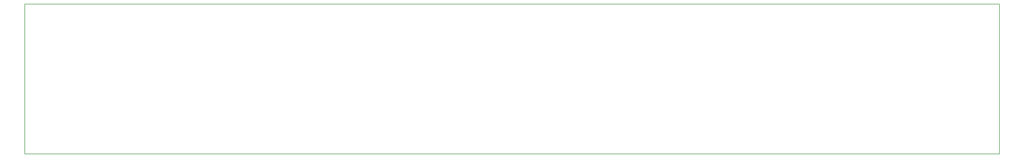
<source format=gm1>
G04 MADE WITH FRITZING*
G04 WWW.FRITZING.ORG*
G04 DOUBLE SIDED*
G04 HOLES PLATED*
G04 CONTOUR ON CENTER OF CONTOUR VECTOR*
%ASAXBY*%
%FSLAX23Y23*%
%MOIN*%
%OFA0B0*%
%SFA1.0B1.0*%
%ADD10R,12.720700X1.968500*%
%ADD11C,0.008000*%
%ADD10C,0.008*%
%LNCONTOUR*%
G90*
G70*
G54D10*
G54D11*
X4Y1965D02*
X12717Y1965D01*
X12717Y4D01*
X4Y4D01*
X4Y1965D01*
D02*
G04 End of contour*
M02*
</source>
